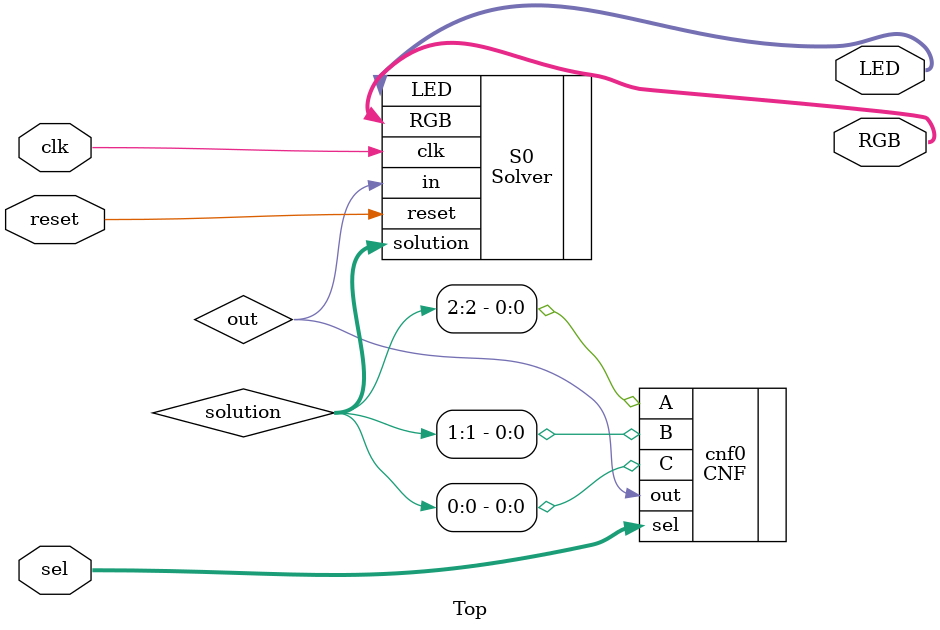
<source format=v>
`timescale 1ns / 1ps


module Top(
    input clk,
    input reset,
    input [1:0] sel,
    output [2:0] RGB,
    output [2:0] LED
    );
    
    wire out;
    wire [2:0] solution;
    
    Solver S0(.clk(clk), .reset(reset), .in(out), .RGB(RGB), .solution(solution), .LED(LED));      
    
    CNF cnf0(.A(solution[2]), .B(solution[1]), .C(solution[0]), .sel(sel), .out(out));
endmodule

</source>
